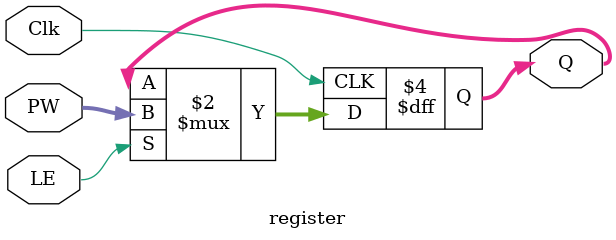
<source format=v>
module register(
    input LE, Clk,
    input [31:0] PW,
    output reg[31:0] Q
);

always @(posedge Clk)
    if(LE) Q <= PW;
endmodule
</source>
